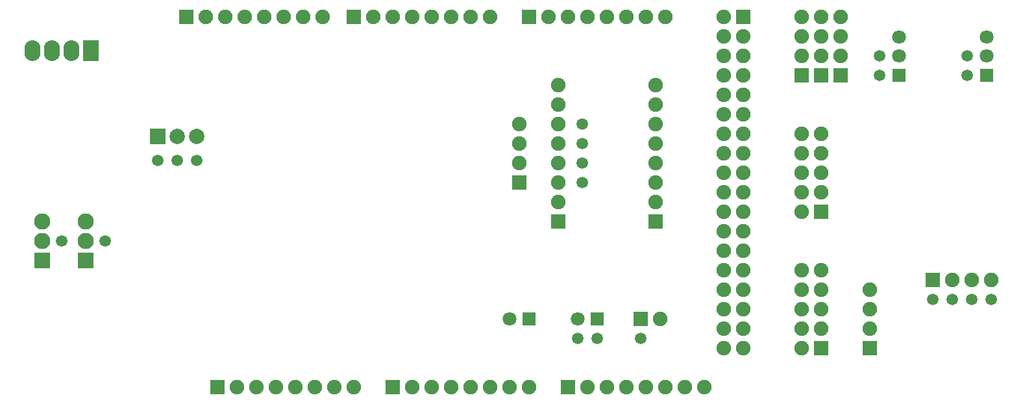
<source format=gbr>
G04 DipTrace 2.4.0.2*
%INBottomMask.gbr*%
%MOIN*%
%ADD40R,0.0709X0.0709*%
%ADD41C,0.0709*%
%ADD49R,0.0748X0.0748*%
%ADD50C,0.0748*%
%ADD52C,0.0591*%
%ADD74C,0.0828*%
%ADD75R,0.0828X0.0828*%
%ADD80O,0.0828X0.1064*%
%ADD82R,0.0828X0.1064*%
%ADD86C,0.0789*%
%ADD87R,0.0789X0.0789*%
%FSLAX44Y44*%
G04*
G70*
G90*
G75*
G01*
%LNBotMask*%
%LPD*%
D49*
X11000Y1000D3*
D50*
X12000D3*
X13000D3*
X14000D3*
X15000D3*
X16000D3*
X17000D3*
X18000D3*
D49*
X9400Y20000D3*
D50*
X10400D3*
X11400D3*
X12400D3*
X13400D3*
X14400D3*
X15400D3*
X16400D3*
D49*
X38000D3*
D50*
X37000D3*
X38000Y19000D3*
X37000D3*
X38000Y18000D3*
X37000D3*
X38000Y17000D3*
X37000D3*
X38000Y16000D3*
X37000D3*
X38000Y15000D3*
X37000D3*
X38000Y14000D3*
X37000D3*
X38000Y13000D3*
X37000D3*
X38000Y12000D3*
X37000D3*
X38000Y11000D3*
X37000D3*
X38000Y10000D3*
X37000D3*
X38000Y9000D3*
X37000D3*
X38000Y8000D3*
X37000D3*
X38000Y7000D3*
X37000D3*
X38000Y6000D3*
X37000D3*
X38000Y5000D3*
X37000D3*
X38000Y4000D3*
X37000D3*
X38000Y3000D3*
X37000D3*
D49*
X20000Y1000D3*
D50*
X21000D3*
X22000D3*
X23000D3*
X24000D3*
X25000D3*
X26000D3*
X27000D3*
D49*
X18000Y20000D3*
D50*
X19000D3*
X20000D3*
X21000D3*
X22000D3*
X23000D3*
X24000D3*
X25000D3*
D49*
X42000Y10000D3*
D50*
X41000D3*
X42000Y11000D3*
X41000D3*
X42000Y12000D3*
X41000D3*
X42000Y13000D3*
X41000D3*
X42000Y14000D3*
X41000D3*
D49*
X29000Y1000D3*
D50*
X30000D3*
X31000D3*
X32000D3*
X33000D3*
X34000D3*
X35000D3*
X36000D3*
D49*
X27000Y20000D3*
D50*
X28000D3*
X29000D3*
X30000D3*
X31000D3*
X32000D3*
X33000D3*
X34000D3*
D49*
X42000Y3000D3*
D50*
X41000D3*
X42000Y4000D3*
X41000D3*
X42000Y5000D3*
X41000D3*
X42000Y6000D3*
X41000D3*
X42000Y7000D3*
X41000D3*
D49*
X44500Y3000D3*
D50*
Y4000D3*
Y5000D3*
Y6000D3*
D49*
X41000Y17000D3*
D50*
Y18000D3*
Y19000D3*
Y20000D3*
D49*
X42000Y17000D3*
D50*
Y18000D3*
Y19000D3*
Y20000D3*
D49*
X43000Y17000D3*
D50*
Y18000D3*
Y19000D3*
Y20000D3*
D87*
X7937Y13875D3*
D86*
X8937D3*
X9937D3*
D40*
X46000Y17000D3*
D41*
Y17984D3*
Y18969D3*
D40*
X50500Y17000D3*
D41*
Y17984D3*
Y18969D3*
D49*
X47750Y6500D3*
D50*
X48750D3*
X49750D3*
X50750D3*
D49*
X26500Y11500D3*
D50*
Y12500D3*
Y13500D3*
Y14500D3*
D49*
X33500Y9500D3*
D50*
Y10500D3*
Y11500D3*
Y12500D3*
Y13500D3*
Y14500D3*
Y15500D3*
Y16500D3*
D49*
X28500Y9500D3*
D50*
Y10500D3*
Y11500D3*
Y12500D3*
Y13500D3*
Y14500D3*
Y15500D3*
Y16500D3*
D40*
X27000Y4500D3*
D41*
X26016D3*
D40*
X30500D3*
D41*
X29516D3*
D82*
X4500Y18250D3*
D80*
X3500D3*
X2500D3*
X1500D3*
D49*
X32750Y4500D3*
D50*
X33750D3*
D75*
X2000Y7500D3*
D74*
Y8500D3*
Y9500D3*
D75*
X4250Y7500D3*
D74*
Y8500D3*
Y9500D3*
D52*
X7937Y12625D3*
X8937D3*
X9937D3*
X50750Y5500D3*
X45000Y17000D3*
Y18000D3*
X47750Y5500D3*
X49500Y17000D3*
Y18000D3*
X48750Y5500D3*
X49750D3*
X29750Y11500D3*
Y12500D3*
Y13500D3*
Y14500D3*
X30500Y3500D3*
X29500D3*
X3000Y8500D3*
X5250D3*
X32750Y3500D3*
M02*

</source>
